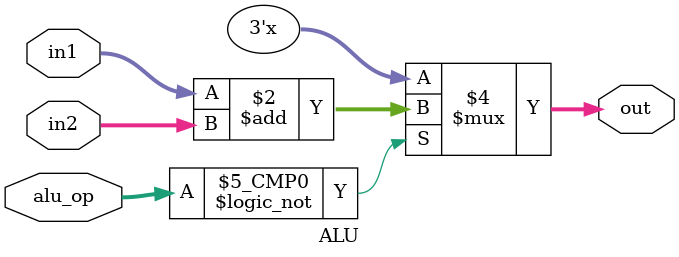
<source format=v>
module ALU(
    input wire [2:0] in1,in2,
    input wire [7:0] alu_op,
    output reg [2:0] out
);

    always@(*) begin
        // Define ALU operations
        case(alu_op)
            8'b00000000: out <= in1 + in2; // Add
            default: out <= 8'bx;
        endcase
    end

endmodule

</source>
